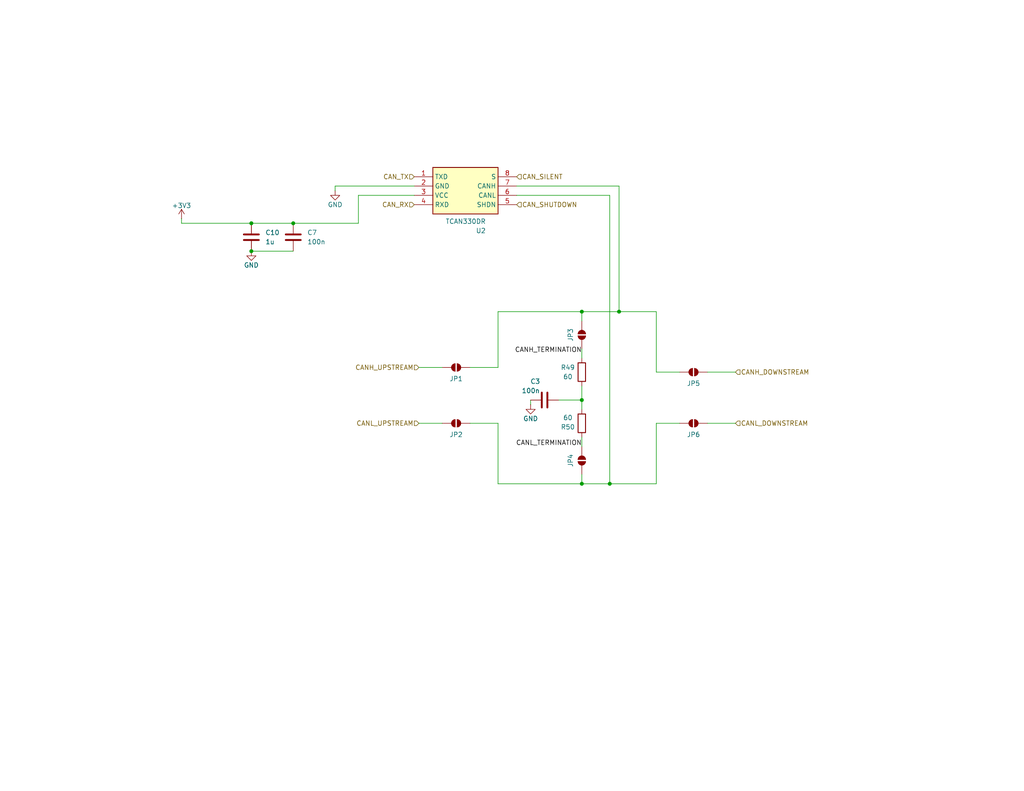
<source format=kicad_sch>
(kicad_sch (version 20231120) (generator "eeschema") (generator_version "8.0")
  (paper "USLetter")
  (title_block (title "1s3p Battery Board") (date "2025-02-12") (rev "${PCB_VERSION}") (company "TVSC"))
  (lib_symbols
    (symbol "Device:C" (pin_numbers hide) (pin_names (offset 0.254))
      (property "Reference" "C" (at 0.635 2.54 0))
      (property "Value" "C" (at 0.635 -2.54 0))
      (symbol "C_0_1"
        (polyline (pts (xy -2.032 -0.762) (xy 2.032 -0.762)) (stroke (width 0.508)))
        (polyline (pts (xy -2.032 0.762) (xy 2.032 0.762)) (stroke (width 0.508)))
      )
      (symbol "C_1_1"
        (pin passive line (at 0 3.81 270) (length 2.794) (name "~") (number "1"))
        (pin passive line (at 0 -3.81 90) (length 2.794) (name "~") (number "2"))
      )
    )
    (symbol "Device:R" (pin_numbers hide) (pin_names (offset 0))
      (property "Reference" "R" (at 2.032 0 90))
      (property "Value" "R" (at 0 0 90))
      (symbol "R_0_1"
        (rectangle (start -1.016 -2.54) (end 1.016 2.54) (stroke (width 0.254)))
      )
      (symbol "R_1_1"
        (pin passive line (at 0 3.81 270) (length 1.27) (name "~") (number "1"))
        (pin passive line (at 0 -3.81 90) (length 1.27) (name "~") (number "2"))
      )
    )
    (symbol "Jumper:SolderJumper_2_Open" (pin_numbers hide) (pin_names (offset 0) hide) (exclude_from_sim yes) (in_bom no)
      (property "Reference" "JP" (at 0 2.032 0))
      (property "Value" "SolderJumper_2_Open" (at 0 -2.54 0))
      (symbol "SolderJumper_2_Open_0_1"
        (arc (start -0.254 1.016) (mid -1.2656 0) (end -0.254 -1.016))
        (arc (start -0.254 1.016) (mid -1.2656 0) (end -0.254 -1.016) (fill (type outline)))
        (polyline (pts (xy -0.254 1.016) (xy -0.254 -1.016)))
        (polyline (pts (xy 0.254 1.016) (xy 0.254 -1.016)))
        (arc (start 0.254 -1.016) (mid 1.2656 0) (end 0.254 1.016))
        (arc (start 0.254 -1.016) (mid 1.2656 0) (end 0.254 1.016) (fill (type outline)))
      )
      (symbol "SolderJumper_2_Open_1_1"
        (pin passive line (at -3.81 0 0) (length 2.54) (name "A") (number "1"))
        (pin passive line (at 3.81 0 180) (length 2.54) (name "B") (number "2"))
      )
    )
    (symbol "TVSC:TCAN330DR"
      (property "Reference" "U" (at 24.13 7.62 0))
      (property "Value" "TCAN330DR" (at 24.13 5.08 0))
      (symbol "TCAN330DR_1_1"
        (rectangle (start 5.08 2.54) (end 22.86 -10.16) (stroke (width 0.254)) (fill (type background)))
        (pin passive line (at 0 0 0) (length 5.08) (name "TXD") (number "1"))
        (pin passive line (at 0 -2.54 0) (length 5.08) (name "GND") (number "2"))
        (pin passive line (at 0 -5.08 0) (length 5.08) (name "VCC") (number "3"))
        (pin passive line (at 0 -7.62 0) (length 5.08) (name "RXD") (number "4"))
        (pin passive line (at 27.94 -7.62 180) (length 5.08) (name "SHDN") (number "5"))
        (pin passive line (at 27.94 -5.08 180) (length 5.08) (name "CANL") (number "6"))
        (pin passive line (at 27.94 -2.54 180) (length 5.08) (name "CANH") (number "7"))
        (pin passive line (at 27.94 0 180) (length 5.08) (name "S") (number "8"))
      )
    )
    (symbol "power:+3V3" (power) (pin_numbers hide) (pin_names (offset 0) hide)
      (property "Value" "+3V3" (at 0 3.556 0))
      (symbol "+3V3_0_1"
        (polyline (pts (xy -0.762 1.27) (xy 0 2.54)))
        (polyline (pts (xy 0 0) (xy 0 2.54)))
        (polyline (pts (xy 0 2.54) (xy 0.762 1.27)))
      )
      (symbol "+3V3_1_1"
        (pin power_in line (at 0 0 90) (length 0) (name "~") (number "1"))
      )
    )
    (symbol "power:GND" (power) (pin_numbers hide) (pin_names (offset 0) hide)
      (property "Value" "GND" (at 0 -3.81 0))
      (symbol "GND_0_1"
        (polyline (pts (xy 0 0) (xy 0 -1.27) (xy 1.27 -1.27) (xy 0 -2.54) (xy -1.27 -1.27) (xy 0 -1.27)))
      )
      (symbol "GND_1_1"
        (pin power_in line (at 0 0 270) (length 0) (name "~") (number "1"))
      )
    )
  )
  (junction (at 158.75 85.09))
  (junction (at 158.75 132.08))
  (junction (at 158.75 109.22))
  (junction (at 166.37 132.08))
  (junction (at 80.01 60.96))
  (junction (at 168.91 85.09))
  (junction (at 68.58 60.96))
  (junction (at 68.58 68.58))
  (wire (pts (xy 140.97 50.8) (xy 168.91 50.8)))
  (wire (pts (xy 152.4 109.22) (xy 158.75 109.22)))
  (wire (pts (xy 49.53 59.69) (xy 49.53 60.96)))
  (wire (pts (xy 144.78 109.22) (xy 144.78 110.49)))
  (wire (pts (xy 135.89 115.57) (xy 135.89 132.08)))
  (wire (pts (xy 135.89 132.08) (xy 158.75 132.08)))
  (wire (pts (xy 80.01 60.96) (xy 97.79 60.96)))
  (wire (pts (xy 158.75 132.08) (xy 166.37 132.08)))
  (wire (pts (xy 158.75 85.09) (xy 168.91 85.09)))
  (wire (pts (xy 135.89 100.33) (xy 135.89 85.09)))
  (wire (pts (xy 114.3 100.33) (xy 120.65 100.33)))
  (wire (pts (xy 113.03 50.8) (xy 91.44 50.8)))
  (wire (pts (xy 179.07 115.57) (xy 179.07 132.08)))
  (wire (pts (xy 179.07 115.57) (xy 185.42 115.57)))
  (wire (pts (xy 68.58 60.96) (xy 80.01 60.96)))
  (wire (pts (xy 158.75 119.38) (xy 158.75 121.92)))
  (wire (pts (xy 193.04 101.6) (xy 200.66 101.6)))
  (wire (pts (xy 179.07 101.6) (xy 179.07 85.09)))
  (wire (pts (xy 158.75 109.22) (xy 158.75 111.76)))
  (wire (pts (xy 179.07 101.6) (xy 185.42 101.6)))
  (wire (pts (xy 97.79 53.34) (xy 113.03 53.34)))
  (wire (pts (xy 166.37 132.08) (xy 179.07 132.08)))
  (wire (pts (xy 158.75 95.25) (xy 158.75 97.79)))
  (wire (pts (xy 91.44 50.8) (xy 91.44 52.07)))
  (wire (pts (xy 158.75 109.22) (xy 158.75 105.41)))
  (wire (pts (xy 80.01 68.58) (xy 68.58 68.58)))
  (wire (pts (xy 128.27 100.33) (xy 135.89 100.33)))
  (wire (pts (xy 135.89 85.09) (xy 158.75 85.09)))
  (wire (pts (xy 158.75 129.54) (xy 158.75 132.08)))
  (wire (pts (xy 168.91 85.09) (xy 179.07 85.09)))
  (wire (pts (xy 128.27 115.57) (xy 135.89 115.57)))
  (wire (pts (xy 166.37 53.34) (xy 166.37 132.08)))
  (wire (pts (xy 140.97 53.34) (xy 166.37 53.34)))
  (wire (pts (xy 49.53 60.96) (xy 68.58 60.96)))
  (wire (pts (xy 168.91 50.8) (xy 168.91 85.09)))
  (wire (pts (xy 97.79 60.96) (xy 97.79 53.34)))
  (wire (pts (xy 158.75 85.09) (xy 158.75 87.63)))
  (wire (pts (xy 193.04 115.57) (xy 200.66 115.57)))
  (wire (pts (xy 114.3 115.57) (xy 120.65 115.57)))
  (label "CANL_TERMINATION" (at 158.75 121.92 180))
  (label "CANH_TERMINATION" (at 158.75 96.52 180))
  (hierarchical_label "CANL_UPSTREAM" (shape input) (at 114.3 115.57 180))
  (hierarchical_label "CAN_TX" (shape input) (at 113.03 48.26 180))
  (hierarchical_label "CAN_RX" (shape input) (at 113.03 55.88 180))
  (hierarchical_label "CAN_SHUTDOWN" (shape input) (at 140.97 55.88 0))
  (hierarchical_label "CANH_DOWNSTREAM" (shape input) (at 200.66 101.6 0))
  (hierarchical_label "CANL_DOWNSTREAM" (shape input) (at 200.66 115.57 0))
  (hierarchical_label "CAN_SILENT" (shape input) (at 140.97 48.26 0))
  (hierarchical_label "CANH_UPSTREAM" (shape input) (at 114.3 100.33 180))
  (symbol (lib_id "Jumper:SolderJumper_2_Open") (at 189.23 101.6 0) (unit 1) (exclude_from_sim yes) (in_bom no)
    (property "Reference" "JP5" (at 189.23 105.41 0) (effects (justify bottom)))
    (property "Value" "SolderJumper_2_Open" (effects (hide yes)))
    (property "Footprint" "Jumper:SolderJumper-2_P1.3mm_Open_RoundedPad1.0x1.5mm" (effects (hide yes)))
    (property "MPN" "NA" (effects (hide yes)))
  )
  (symbol (lib_id "Device:C") (at 148.59 109.22 90) (mirror x) (unit 1)
    (property "Reference" "C3" (at 146.05 104.14 90))
    (property "Value" "100n" (at 147.32 106.68 90) (effects (justify left)))
    (property "Footprint" "footprints:Nondescript_C_0402_1005Metric" (effects (hide yes)))
    (property "Active" "Y" (effects (hide yes)))
    (property "MPN" "C1525" (effects (hide yes)))
    (property "Manufacturer" "Samsung Electro-Mechanics" (effects (hide yes)))
    (property "Manufacturer Part Number" "CL05B104KO5NNNC" (effects (hide yes)))
    (property "Basic or Extended Component" "Basic" (effects (hide yes)))
  )
  (symbol (lib_id "TVSC:TCAN330DR") (at 113.03 48.26 0) (unit 1)
    (property "Reference" "U2" (at 132.588 62.992 0) (effects (justify right)))
    (property "Value" "TCAN330DR" (at 132.588 60.452 0) (effects (justify right)))
    (property "Footprint" "footprints:SOIC127P600X175-8N" (effects (hide yes)))
    (property "Datasheet" "http://www.ti.com/lit/gpn/TCAN330" (effects (hide yes)))
    (property "Manufacturer" "Texas Instruments" (effects (hide yes)))
    (property "Manufacturer Part Number" "TCAN330DR" (effects (hide yes)))
    (property "MPN" "C2652876" (effects (hide yes)))
    (property "Height" "1.75" (effects (hide yes)))
    (property "Manufacturer" "Texas Instruments" (effects (hide yes)))
    (property "Manufacturer Part Number" "TCAN330DR" (effects (hide yes)))
    (property "Active" "Y" (effects (hide yes)))
    (property "Basic or Extended Component" "Extended" (effects (hide yes)))
  )
  (symbol (lib_id "Jumper:SolderJumper_2_Open") (at 124.46 100.33 0) (unit 1) (exclude_from_sim yes) (in_bom no)
    (property "Reference" "JP1" (at 124.46 104.14 0) (effects (justify bottom)))
    (property "Value" "SolderJumper_2_Open" (effects (hide yes)))
    (property "Footprint" "Jumper:SolderJumper-2_P1.3mm_Open_RoundedPad1.0x1.5mm" (effects (hide yes)))
    (property "MPN" "NA" (effects (hide yes)))
  )
  (symbol (lib_id "Device:R") (at 158.75 115.57 0) (mirror y) (unit 1)
    (property "Reference" "R50" (at 154.94 116.586 0))
    (property "Value" "60" (at 154.94 114.046 0))
    (property "Footprint" "footprints:Nondescript_R_0402_1005Metric" (effects (hide yes)))
    (property "Active" "Y" (effects (hide yes)))
    (property "MPN" "C60310" (effects (hide yes)))
    (property "Manufacturer" "UNI-ROYAL(Uniroyal Elec)" (effects (hide yes)))
    (property "Manufacturer Part Number" "0402WGF604JTCE" (effects (hide yes)))
    (property "Specs" "0-120 Ohm" (effects (hide yes)))
    (property "Basic or Extended Component" "Basic" (effects (hide yes)))
  )
  (symbol (lib_id "power:GND") (at 91.44 52.07 0) (unit 1)
    (property "Reference" "#PWR11" (effects (hide yes)))
    (property "Value" "GND" (at 91.44 55.88 0))
  )
  (symbol (lib_id "Jumper:SolderJumper_2_Open") (at 158.75 91.44 270) (unit 1) (exclude_from_sim yes) (in_bom no)
    (property "Reference" "JP3" (at 154.94 91.44 0) (effects (justify bottom)))
    (property "Value" "SolderJumper_2_Open" (effects (hide yes)))
    (property "Footprint" "Jumper:SolderJumper-2_P1.3mm_Open_RoundedPad1.0x1.5mm" (effects (hide yes)))
    (property "MPN" "NA" (effects (hide yes)))
  )
  (symbol (lib_id "power:GND") (at 68.58 68.58 0) (unit 1)
    (property "Reference" "#PWR25" (effects (hide yes)))
    (property "Value" "GND" (at 68.58 72.39 0))
  )
  (symbol (lib_id "power:GND") (at 144.78 110.49 0) (mirror y) (unit 1)
    (property "Reference" "#PWR10" (effects (hide yes)))
    (property "Value" "GND" (at 144.78 114.3 0))
  )
  (symbol (lib_id "Jumper:SolderJumper_2_Open") (at 158.75 125.73 270) (unit 1) (exclude_from_sim yes) (in_bom no)
    (property "Reference" "JP4" (at 154.94 125.73 0) (effects (justify bottom)))
    (property "Value" "SolderJumper_2_Open" (effects (hide yes)))
    (property "Footprint" "Jumper:SolderJumper-2_P1.3mm_Open_RoundedPad1.0x1.5mm" (effects (hide yes)))
    (property "MPN" "NA" (effects (hide yes)))
  )
  (symbol (lib_id "power:+3V3") (at 49.53 59.69 0) (unit 1)
    (property "Reference" "#PWR12" (effects (hide yes)))
    (property "Value" "+3V3" (at 49.53 56.134 0))
  )
  (symbol (lib_id "Jumper:SolderJumper_2_Open") (at 124.46 115.57 0) (unit 1) (exclude_from_sim yes) (in_bom no)
    (property "Reference" "JP2" (at 124.46 119.38 0) (effects (justify bottom)))
    (property "Value" "SolderJumper_2_Open" (effects (hide yes)))
    (property "Footprint" "Jumper:SolderJumper-2_P1.3mm_Open_RoundedPad1.0x1.5mm" (effects (hide yes)))
    (property "MPN" "NA" (effects (hide yes)))
  )
  (symbol (lib_id "Jumper:SolderJumper_2_Open") (at 189.23 115.57 0) (unit 1) (exclude_from_sim yes) (in_bom no)
    (property "Reference" "JP6" (at 189.23 119.38 0) (effects (justify bottom)))
    (property "Value" "SolderJumper_2_Open" (effects (hide yes)))
    (property "Footprint" "Jumper:SolderJumper-2_P1.3mm_Open_RoundedPad1.0x1.5mm" (effects (hide yes)))
    (property "MPN" "NA" (effects (hide yes)))
  )
  (symbol (lib_id "Device:C") (at 80.01 64.77 0) (unit 1)
    (property "Reference" "C7" (at 83.82 63.5 0) (effects (justify left)))
    (property "Value" "100n" (at 83.82 66.04 0) (effects (justify left)))
    (property "Footprint" "footprints:Nondescript_C_0402_1005Metric" (effects (hide yes)))
    (property "Active" "Y" (effects (hide yes)))
    (property "MPN" "C1525" (effects (hide yes)))
    (property "Manufacturer" "Samsung Electro-Mechanics" (effects (hide yes)))
    (property "Manufacturer Part Number" "CL05B104KO5NNNC" (effects (hide yes)))
    (property "Basic or Extended Component" "Basic" (effects (hide yes)))
  )
  (symbol (lib_id "Device:R") (at 158.75 101.6 0) (mirror y) (unit 1)
    (property "Reference" "R49" (at 154.94 100.33 0))
    (property "Value" "60" (at 154.94 102.87 0))
    (property "Footprint" "footprints:Nondescript_R_0402_1005Metric" (effects (hide yes)))
    (property "Active" "Y" (effects (hide yes)))
    (property "MPN" "C60310" (effects (hide yes)))
    (property "Manufacturer" "UNI-ROYAL(Uniroyal Elec)" (effects (hide yes)))
    (property "Manufacturer Part Number" "0402WGF604JTCE" (effects (hide yes)))
    (property "Specs" "0-120 Ohm" (effects (hide yes)))
    (property "Basic or Extended Component" "Basic" (effects (hide yes)))
  )
  (symbol (lib_id "Device:C") (at 68.58 64.77 0) (unit 1)
    (property "Reference" "C10" (at 72.39 63.5 0) (effects (justify left)))
    (property "Value" "1u" (at 72.39 66.04 0) (effects (justify left)))
    (property "Footprint" "footprints:Nondescript_C_0402_1005Metric" (effects (hide yes)))
    (property "Active" "Y" (effects (hide yes)))
    (property "MPN" "C52923" (effects (hide yes)))
    (property "Manufacturer" "Samsung Electro-Mechanics" (effects (hide yes)))
    (property "Manufacturer Part Number" "CL05A105KA5NQNC" (effects (hide yes)))
    (property "Basic or Extended Component" "Basic" (effects (hide yes)))
  )
)
</source>
